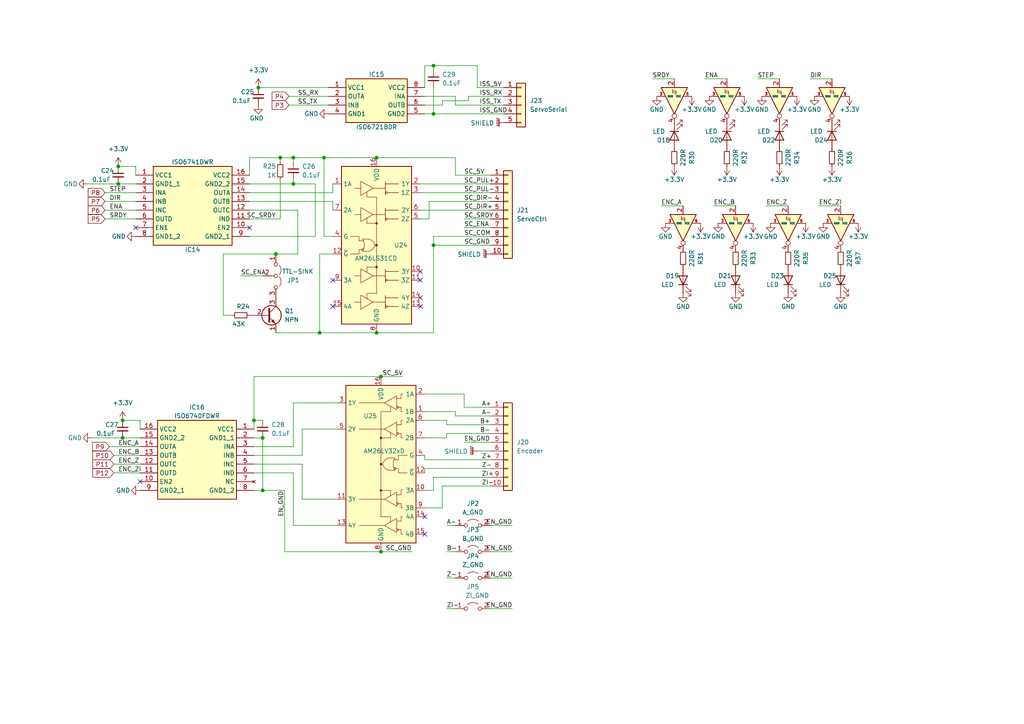
<source format=kicad_sch>
(kicad_sch (version 20230121) (generator eeschema)
  (paper "A4")
  (junction (at 34.29 48.26))
  (junction (at 110.49 109.22))
  (junction (at 73.66 121.92))
  (junction (at 74.93 25.4))
  (junction (at 80.01 73.66))
  (junction (at 125.73 19.05))
  (junction (at 125.73 71.12))
  (junction (at 85.09 53.34))
  (junction (at 35.56 121.92))
  (junction (at 76.2 127))
  (junction (at 85.09 45.72))
  (junction (at 109.22 45.72))
  (junction (at 81.28 45.72))
  (junction (at 76.2 142.24))
  (junction (at 93.98 45.72))
  (junction (at 34.29 53.34))
  (junction (at 92.71 96.52))
  (junction (at 125.73 33.02))
  (junction (at 109.22 96.52))
  (junction (at 110.49 160.02))
  (junction (at 35.56 127))
  (no_connect (at 121.92 81.28))
  (no_connect (at 39.37 66.04))
  (no_connect (at 121.92 88.9))
  (no_connect (at 96.52 81.28))
  (no_connect (at 72.39 66.04))
  (no_connect (at 96.52 88.9))
  (no_connect (at 123.19 154.94))
  (no_connect (at 123.19 149.86))
  (no_connect (at 40.64 139.7))
  (no_connect (at 121.92 86.36))
  (no_connect (at 121.92 78.74))
  (wire (pts (xy 134.62 128.27) (xy 142.24 128.27)))
  (wire (pts (xy 92.71 73.66) (xy 92.71 96.52)))
  (wire (pts (xy 132.08 119.38) (xy 123.19 119.38)))
  (wire (pts (xy 35.56 127) (xy 40.64 127)))
  (wire (pts (xy 85.09 129.54) (xy 85.09 116.84)))
  (wire (pts (xy 146.05 27.94) (xy 135.89 27.94)))
  (wire (pts (xy 123.19 33.02) (xy 125.73 33.02)))
  (wire (pts (xy 73.66 137.16) (xy 85.09 137.16)))
  (wire (pts (xy 85.09 45.72) (xy 85.09 46.99)))
  (wire (pts (xy 33.02 132.08) (xy 40.64 132.08)))
  (wire (pts (xy 91.44 53.34) (xy 91.44 68.58)))
  (wire (pts (xy 25.4 53.34) (xy 34.29 53.34)))
  (wire (pts (xy 222.25 59.69) (xy 228.6 59.69)))
  (wire (pts (xy 123.19 27.94) (xy 132.08 27.94)))
  (wire (pts (xy 129.54 167.64) (xy 132.08 167.64)))
  (wire (pts (xy 148.59 152.4) (xy 142.24 152.4)))
  (wire (pts (xy 34.29 48.26) (xy 39.37 48.26)))
  (wire (pts (xy 87.63 144.78) (xy 97.79 144.78)))
  (wire (pts (xy 40.64 121.92) (xy 40.64 124.46)))
  (wire (pts (xy 33.02 134.62) (xy 40.64 134.62)))
  (wire (pts (xy 138.43 19.05) (xy 138.43 25.4)))
  (wire (pts (xy 69.85 80.01) (xy 76.2 80.01)))
  (wire (pts (xy 123.19 25.4) (xy 123.19 19.05)))
  (wire (pts (xy 134.62 114.3) (xy 123.19 114.3)))
  (wire (pts (xy 132.08 50.8) (xy 132.08 45.72)))
  (wire (pts (xy 124.46 63.5) (xy 121.92 63.5)))
  (wire (pts (xy 128.27 30.48) (xy 123.19 30.48)))
  (wire (pts (xy 125.73 19.05) (xy 138.43 19.05)))
  (wire (pts (xy 93.98 45.72) (xy 93.98 68.58)))
  (wire (pts (xy 81.28 45.72) (xy 85.09 45.72)))
  (wire (pts (xy 124.46 58.42) (xy 142.24 58.42)))
  (wire (pts (xy 125.73 33.02) (xy 146.05 33.02)))
  (wire (pts (xy 72.39 55.88) (xy 96.52 55.88)))
  (wire (pts (xy 121.92 55.88) (xy 142.24 55.88)))
  (wire (pts (xy 110.49 160.02) (xy 82.55 160.02)))
  (wire (pts (xy 96.52 55.88) (xy 96.52 53.34)))
  (wire (pts (xy 72.39 63.5) (xy 81.28 63.5)))
  (wire (pts (xy 85.09 53.34) (xy 85.09 52.07)))
  (wire (pts (xy 86.36 73.66) (xy 80.01 73.66)))
  (wire (pts (xy 129.54 152.4) (xy 132.08 152.4)))
  (wire (pts (xy 85.09 116.84) (xy 97.79 116.84)))
  (wire (pts (xy 96.52 68.58) (xy 93.98 68.58)))
  (wire (pts (xy 30.48 58.42) (xy 39.37 58.42)))
  (wire (pts (xy 76.2 142.24) (xy 73.66 142.24)))
  (wire (pts (xy 135.89 29.21) (xy 128.27 29.21)))
  (wire (pts (xy 191.77 59.69) (xy 198.12 59.69)))
  (wire (pts (xy 73.66 121.92) (xy 73.66 109.22)))
  (wire (pts (xy 87.63 132.08) (xy 87.63 124.46)))
  (wire (pts (xy 73.66 127) (xy 76.2 127)))
  (wire (pts (xy 128.27 147.32) (xy 123.19 147.32)))
  (wire (pts (xy 83.82 27.94) (xy 95.25 27.94)))
  (wire (pts (xy 30.48 63.5) (xy 39.37 63.5)))
  (wire (pts (xy 39.37 48.26) (xy 39.37 50.8)))
  (wire (pts (xy 138.43 25.4) (xy 146.05 25.4)))
  (wire (pts (xy 96.52 58.42) (xy 96.52 60.96)))
  (wire (pts (xy 86.36 60.96) (xy 86.36 73.66)))
  (wire (pts (xy 123.19 135.89) (xy 123.19 137.16)))
  (wire (pts (xy 142.24 138.43) (xy 125.73 138.43)))
  (wire (pts (xy 81.28 52.07) (xy 81.28 63.5)))
  (wire (pts (xy 64.77 73.66) (xy 80.01 73.66)))
  (wire (pts (xy 87.63 134.62) (xy 87.63 144.78)))
  (wire (pts (xy 85.09 53.34) (xy 91.44 53.34)))
  (wire (pts (xy 26.67 127) (xy 35.56 127)))
  (wire (pts (xy 129.54 176.53) (xy 132.08 176.53)))
  (wire (pts (xy 148.59 167.64) (xy 142.24 167.64)))
  (wire (pts (xy 73.66 132.08) (xy 87.63 132.08)))
  (wire (pts (xy 132.08 30.48) (xy 146.05 30.48)))
  (wire (pts (xy 73.66 134.62) (xy 87.63 134.62)))
  (wire (pts (xy 142.24 133.35) (xy 123.19 133.35)))
  (wire (pts (xy 124.46 58.42) (xy 124.46 63.5)))
  (wire (pts (xy 93.98 45.72) (xy 109.22 45.72)))
  (wire (pts (xy 85.09 137.16) (xy 85.09 152.4)))
  (wire (pts (xy 30.48 60.96) (xy 39.37 60.96)))
  (wire (pts (xy 129.54 123.19) (xy 142.24 123.19)))
  (wire (pts (xy 125.73 71.12) (xy 142.24 71.12)))
  (wire (pts (xy 83.82 30.48) (xy 95.25 30.48)))
  (wire (pts (xy 72.39 45.72) (xy 72.39 50.8)))
  (wire (pts (xy 85.09 152.4) (xy 97.79 152.4)))
  (wire (pts (xy 138.43 130.81) (xy 142.24 130.81)))
  (wire (pts (xy 96.52 73.66) (xy 92.71 73.66)))
  (wire (pts (xy 129.54 125.73) (xy 142.24 125.73)))
  (wire (pts (xy 34.29 53.34) (xy 39.37 53.34)))
  (wire (pts (xy 132.08 119.38) (xy 132.08 120.65)))
  (wire (pts (xy 234.95 22.86) (xy 241.3 22.86)))
  (wire (pts (xy 35.56 121.92) (xy 40.64 121.92)))
  (wire (pts (xy 76.2 121.92) (xy 73.66 121.92)))
  (wire (pts (xy 74.93 25.4) (xy 95.25 25.4)))
  (wire (pts (xy 73.66 109.22) (xy 110.49 109.22)))
  (wire (pts (xy 123.19 121.92) (xy 129.54 121.92)))
  (wire (pts (xy 189.23 22.86) (xy 195.58 22.86)))
  (wire (pts (xy 148.59 176.53) (xy 142.24 176.53)))
  (wire (pts (xy 110.49 160.02) (xy 119.38 160.02)))
  (wire (pts (xy 30.48 55.88) (xy 39.37 55.88)))
  (wire (pts (xy 73.66 121.92) (xy 73.66 124.46)))
  (wire (pts (xy 85.09 45.72) (xy 93.98 45.72)))
  (wire (pts (xy 132.08 50.8) (xy 142.24 50.8)))
  (wire (pts (xy 72.39 53.34) (xy 85.09 53.34)))
  (wire (pts (xy 125.73 71.12) (xy 125.73 96.52)))
  (wire (pts (xy 123.19 127) (xy 129.54 127)))
  (wire (pts (xy 135.89 27.94) (xy 135.89 29.21)))
  (wire (pts (xy 237.49 59.69) (xy 243.84 59.69)))
  (wire (pts (xy 219.71 22.86) (xy 226.06 22.86)))
  (wire (pts (xy 91.44 68.58) (xy 72.39 68.58)))
  (wire (pts (xy 125.73 138.43) (xy 125.73 142.24)))
  (wire (pts (xy 92.71 96.52) (xy 109.22 96.52)))
  (wire (pts (xy 87.63 124.46) (xy 97.79 124.46)))
  (wire (pts (xy 125.73 19.05) (xy 125.73 20.32)))
  (wire (pts (xy 204.47 22.86) (xy 210.82 22.86)))
  (wire (pts (xy 125.73 68.58) (xy 125.73 71.12)))
  (wire (pts (xy 109.22 45.72) (xy 132.08 45.72)))
  (wire (pts (xy 72.39 60.96) (xy 86.36 60.96)))
  (wire (pts (xy 142.24 135.89) (xy 123.19 135.89)))
  (wire (pts (xy 128.27 29.21) (xy 128.27 30.48)))
  (wire (pts (xy 73.66 129.54) (xy 85.09 129.54)))
  (wire (pts (xy 207.01 59.69) (xy 213.36 59.69)))
  (wire (pts (xy 76.2 127) (xy 76.2 142.24)))
  (wire (pts (xy 128.27 140.97) (xy 128.27 147.32)))
  (wire (pts (xy 81.28 45.72) (xy 81.28 46.99)))
  (wire (pts (xy 82.55 160.02) (xy 82.55 142.24)))
  (wire (pts (xy 82.55 142.24) (xy 76.2 142.24)))
  (wire (pts (xy 134.62 118.11) (xy 142.24 118.11)))
  (wire (pts (xy 80.01 96.52) (xy 92.71 96.52)))
  (wire (pts (xy 132.08 120.65) (xy 142.24 120.65)))
  (wire (pts (xy 72.39 45.72) (xy 81.28 45.72)))
  (wire (pts (xy 129.54 121.92) (xy 129.54 123.19)))
  (wire (pts (xy 129.54 160.02) (xy 132.08 160.02)))
  (wire (pts (xy 109.22 96.52) (xy 125.73 96.52)))
  (wire (pts (xy 142.24 140.97) (xy 128.27 140.97)))
  (wire (pts (xy 132.08 27.94) (xy 132.08 30.48)))
  (wire (pts (xy 110.49 109.22) (xy 116.84 109.22)))
  (wire (pts (xy 134.62 63.5) (xy 142.24 63.5)))
  (wire (pts (xy 134.62 114.3) (xy 134.62 118.11)))
  (wire (pts (xy 123.19 133.35) (xy 123.19 132.08)))
  (wire (pts (xy 121.92 60.96) (xy 142.24 60.96)))
  (wire (pts (xy 125.73 142.24) (xy 123.19 142.24)))
  (wire (pts (xy 125.73 68.58) (xy 142.24 68.58)))
  (wire (pts (xy 123.19 19.05) (xy 125.73 19.05)))
  (wire (pts (xy 64.77 91.44) (xy 64.77 73.66)))
  (wire (pts (xy 64.77 91.44) (xy 67.31 91.44)))
  (wire (pts (xy 125.73 25.4) (xy 125.73 33.02)))
  (wire (pts (xy 121.92 53.34) (xy 142.24 53.34)))
  (wire (pts (xy 129.54 127) (xy 129.54 125.73)))
  (wire (pts (xy 72.39 58.42) (xy 96.52 58.42)))
  (wire (pts (xy 148.59 160.02) (xy 142.24 160.02)))
  (wire (pts (xy 134.62 66.04) (xy 142.24 66.04)))
  (wire (pts (xy 33.02 137.16) (xy 40.64 137.16)))
  (wire (pts (xy 31.75 129.54) (xy 40.64 129.54)))
  (label "ENC_Z" (at 222.25 59.69 0))
  (label "DIR" (at 234.95 22.86 0))
  (label "SRDY" (at 31.75 63.5 0))
  (label "STEP" (at 219.71 22.86 0))
  (label "SC_SRDY" (at 80.01 63.5 180))
  (label "STEP" (at 31.75 55.88 0))
  (label "Z-" (at 129.54 167.64 0))
  (label "ZI+" (at 139.7 138.43 0))
  (label "ENA" (at 204.47 22.86 0))
  (label "SC_PUL-" (at 134.62 55.88 0))
  (label "SC_5V" (at 116.84 109.22 180))
  (label "ZI-" (at 129.54 176.53 0))
  (label "Z+" (at 139.7 133.35 0))
  (label "SC_DIR+" (at 134.62 60.96 0))
  (label "SC_COM" (at 134.62 68.58 0))
  (label "ISS_TX" (at 139.065 30.48 0))
  (label "ENC_B" (at 207.01 59.69 0))
  (label "ENC_A" (at 191.77 59.69 0))
  (label "EN_GND" (at 148.59 160.02 180))
  (label "A+" (at 139.7 118.11 0))
  (label "ZI-" (at 139.7 140.97 0))
  (label "SC_GND" (at 134.62 71.12 0))
  (label "EN_GND" (at 134.62 128.27 0))
  (label "DIR" (at 31.75 58.42 0))
  (label "SRDY" (at 189.23 22.86 0))
  (label "ISS_RX" (at 139.065 27.94 0))
  (label "B+" (at 142.24 123.19 180))
  (label "ENC_ZI" (at 34.29 137.16 0))
  (label "ENC_ZI" (at 237.49 59.69 0))
  (label "EN_GND" (at 148.59 176.53 180))
  (label "ENA" (at 31.75 60.96 0))
  (label "B-" (at 129.54 160.02 0))
  (label "EN_GND" (at 82.55 149.86 90))
  (label "A-" (at 129.54 152.4 0))
  (label "SC_ENA" (at 134.62 66.04 0))
  (label "SC_PUL+" (at 134.62 53.34 0))
  (label "ENC_Z" (at 34.29 134.62 0))
  (label "SS_TX" (at 86.36 30.48 0))
  (label "A-" (at 139.7 120.65 0))
  (label "B-" (at 142.24 125.73 180))
  (label "EN_GND" (at 148.59 167.64 180))
  (label "ISS_5V" (at 139.065 25.4 0))
  (label "SS_RX" (at 86.36 27.94 0))
  (label "SC_ENA" (at 69.85 80.01 0))
  (label "EN_GND" (at 148.59 152.4 180))
  (label "Z-" (at 139.7 135.89 0))
  (label "SC_GND" (at 119.38 160.02 180))
  (label "ENC_A" (at 34.29 129.54 0))
  (label "SC_SRDY" (at 134.62 63.5 0))
  (label "SC_5V" (at 134.62 50.8 0))
  (label "SC_DIR-" (at 134.62 58.42 0))
  (label "ENC_B" (at 34.29 132.08 0))
  (label "ISS_GND" (at 139.065 33.02 0))
  (global_label "P9" (shape input) (at 31.75 129.54 180) (property "Intersheetrefs" "${INTERSHEET_REFS}" (effects hide)))
  (global_label "P6" (shape input) (at 30.48 60.96 180) (property "Intersheetrefs" "${INTERSHEET_REFS}" (effects hide)))
  (global_label "P3" (shape input) (at 83.82 30.48 180) (property "Intersheetrefs" "${INTERSHEET_REFS}" (effects hide)))
  (global_label "P5" (shape input) (at 30.48 63.5 180) (property "Intersheetrefs" "${INTERSHEET_REFS}" (effects hide)))
  (global_label "P4" (shape input) (at 83.82 27.94 180) (property "Intersheetrefs" "${INTERSHEET_REFS}" (effects hide)))
  (global_label "P10" (shape input) (at 33.02 132.08 180) (property "Intersheetrefs" "${INTERSHEET_REFS}" (effects hide)))
  (global_label "P8" (shape input) (at 30.48 55.88 180) (property "Intersheetrefs" "${INTERSHEET_REFS}" (effects hide)))
  (global_label "P7" (shape input) (at 30.48 58.42 180) (property "Intersheetrefs" "${INTERSHEET_REFS}" (effects hide)))
  (global_label "P11" (shape input) (at 33.02 134.62 180) (property "Intersheetrefs" "${INTERSHEET_REFS}" (effects hide)))
  (global_label "P12" (shape input) (at 33.02 137.16 180) (property "Intersheetrefs" "${INTERSHEET_REFS}" (effects hide)))
  (symbol (lib_id "Device:LED") (at 210.82 39.37 90) (mirror x) (unit 1)
    (property "Reference" "D20" (at 205.74 40.64 90) (effects (justify right)))
    (property "Value" "LED" (at 204.47 38.1 90) (effects (justify right)))
    (property "Footprint" "LED_SMD:LED_0603_1608Metric" (effects hide))
    (property "Description" "Green SMD Led" (effects hide))
    (property "MANUFACTURER" "Lite-On Inc." (effects hide))
    (property "Manufacturer_Part_Number" "LTST-C190KGKT" (effects hide))
    (property "DIGIKEY" "160-1435-1-ND" (effects hide))
    (property "LCSC" "C193901" (effects hide))
    (property "manufacturer_1" "Foshan NationStar Optoelectronics" (effects hide))
    (property "manufacturer_part_number_1" "NCD0603C2" (effects hide))
    (property "Qty Bought" "80 - lcsc" (effects hide))
  )
  (symbol (lib_id "power:GND") (at 238.76 64.77 0) (unit 1)
    (property "Reference" "#PWR0225" (effects hide))
    (property "Value" "GND" (at 238.76 68.58 0))
  )
  (symbol (lib_id "power:GND") (at 228.6 85.09 0) (unit 1)
    (property "Reference" "#PWR0229" (effects hide))
    (property "Value" "GND" (at 228.6 88.9 0))
  )
  (symbol (lib_id "Jumper:Jumper_2_Open") (at 137.16 176.53 0) (unit 1)
    (property "Reference" "JP5" (at 137.16 170.18 0))
    (property "Value" "ZI_GND" (at 138.43 172.72 0))
    (property "Footprint" "Connector_PinHeader_2.54mm:PinHeader_1x02_P2.54mm_Vertical" (effects hide))
    (property "Height" "4.00mm" (effects hide))
    (property "LCSC" "C492401" (effects hide))
    (property "manufacturer_1" "XFCN" (effects hide))
    (property "manufacturer_part_number_1" "PZ254V-11-02P" (effects hide))
    (property "Qty Bought" "header" (effects hide))
  )
  (symbol (lib_id "power:+3.3V") (at 210.82 48.26 180) (unit 1)
    (property "Reference" "#PWR0238" (effects hide))
    (property "Value" "+3.3V" (at 210.82 52.07 0))
  )
  (symbol (lib_id "power:GND") (at 25.4 53.34 270) (unit 1)
    (property "Reference" "#PWR0208" (effects hide))
    (property "Value" "GND" (at 18.415 53.34 90) (effects (justify left)))
  )
  (symbol (lib_id "power:+3.3V") (at 34.29 48.26 0) (unit 1)
    (property "Reference" "#PWR0213" (effects hide))
    (property "Value" "+3.3V" (at 34.29 43.18 0))
  )
  (symbol (lib_id "Device:C_Small") (at 34.29 50.8 0) (unit 1)
    (property "Reference" "C24" (at 29.21 49.53 0) (effects (justify left)))
    (property "Value" "0.1uF" (at 26.67 52.07 0) (effects (justify left)))
    (property "Footprint" "Capacitor_SMD:C_0603_1608Metric" (effects hide))
    (property "Description" "0.1uF 6V SMD" (effects hide))
    (property "MANUFACTURER" "Samsung Electro-Mechanics" (effects hide))
    (property "Manufacturer_Part_Number" "CL05A104KA5NNNC" (effects hide))
    (property "DIGIKEY" "1276-1043-1-ND" (effects hide))
    (property "LCSC" "C14663" (effects hide))
    (property "manufacturer_1" "YAGEO" (effects hide))
    (property "manufacturer_part_number_1" "CC0603KRX7R9BB104" (effects hide))
    (property "Qty Bought" "100 - lcsc" (effects hide))
  )
  (symbol (lib_id "74xGxx:SN74LVC1G14DBV") (at 226.06 27.94 270) (unit 1)
    (property "Reference" "U31" (effects hide))
    (property "Value" "SN74LVC1G14DBV" (effects hide))
    (property "Footprint" "Package_TO_SOT_SMD:SOT-23-5" (effects hide))
    (property "Datasheet" "http://www.ti.com/lit/ds/symlink/sn74lvc1g14.pdf" (effects hide))
    (property "Description" "IC INVERTER 1CH 1-INP SOT23-5" (effects hide))
    (property "MANUFACTURER" "Texas Instruments" (effects hide))
    (property "Manufacturer_Part_Number" "SN74LVC1G14DBVT" (effects hide))
    (property "LCSC" "C5250998" (effects hide))
    (property "manufacturer_1" "TWGMC" (effects hide))
    (property "manufacturer_part_number_1" "SN74LVC1G14DBVR" (effects hide))
    (property "Qty Bought" "100 lcsc" (effects hide))
  )
  (symbol (lib_id "Device:C_Small") (at 74.93 27.94 0) (unit 1)
    (property "Reference" "C25" (at 69.85 26.67 0) (effects (justify left)))
    (property "Value" "0.1uF" (at 67.31 29.21 0) (effects (justify left)))
    (property "Footprint" "Capacitor_SMD:C_0603_1608Metric" (effects hide))
    (property "Description" "0.1uF 6V SMD" (effects hide))
    (property "MANUFACTURER" "Samsung Electro-Mechanics" (effects hide))
    (property "Manufacturer_Part_Number" "CL05A104KA5NNNC" (effects hide))
    (property "DIGIKEY" "1276-1043-1-ND" (effects hide))
    (property "LCSC" "C14663" (effects hide))
    (property "manufacturer_1" "YAGEO" (effects hide))
    (property "manufacturer_part_number_1" "CC0603KRX7R9BB104" (effects hide))
    (property "Qty Bought" "100 - lcsc" (effects hide))
  )
  (symbol (lib_id "Device:LED") (at 213.36 81.28 90) (unit 1)
    (property "Reference" "D21" (at 208.28 80.01 90) (effects (justify right)))
    (property "Value" "LED" (at 207.01 82.55 90) (effects (justify right)))
    (property "Footprint" "LED_SMD:LED_0603_1608Metric" (effects hide))
    (property "Description" "Green SMD Led" (effects hide))
    (property "MANUFACTURER" "Lite-On Inc." (effects hide))
    (property "Manufacturer_Part_Number" "LTST-C190KGKT" (effects hide))
    (property "DIGIKEY" "160-1435-1-ND" (effects hide))
    (property "LCSC" "C193901" (effects hide))
    (property "manufacturer_1" "Foshan NationStar Optoelectronics" (effects hide))
    (property "manufacturer_part_number_1" "NCD0603C2" (effects hide))
    (property "Qty Bought" "80 - lcsc" (effects hide))
  )
  (symbol (lib_id "74xGxx:SN74LVC1G14DBV") (at 213.36 64.77 270) (unit 1)
    (property "Reference" "U30" (effects hide))
    (property "Value" "SN74LVC1G14DBV" (effects hide))
    (property "Footprint" "Package_TO_SOT_SMD:SOT-23-5" (effects hide))
    (property "Datasheet" "http://www.ti.com/lit/ds/symlink/sn74lvc1g14.pdf" (effects hide))
    (property "Description" "IC INVERTER 1CH 1-INP SOT23-5" (effects hide))
    (property "MANUFACTURER" "Texas Instruments" (effects hide))
    (property "Manufacturer_Part_Number" "SN74LVC1G14DBVT" (effects hide))
    (property "LCSC" "C5250998" (effects hide))
    (property "manufacturer_1" "TWGMC" (effects hide))
    (property "manufacturer_part_number_1" "SN74LVC1G14DBVR" (effects hide))
    (property "Qty Bought" "100 lcsc" (effects hide))
  )
  (symbol (lib_id "Device:R_Small") (at 213.36 74.93 0) (unit 1)
    (property "Reference" "R33" (at 218.44 74.93 90))
    (property "Value" "220R" (at 215.9 74.93 90))
    (property "Footprint" "Resistor_SMD:R_0603_1608Metric" (effects hide))
    (property "LCSC" "C22962" (effects hide))
    (property "manufacturer_1" "UNI-ROYAL(Uniroyal Elec)" (effects hide))
    (property "manufacturer_part_number_1" "0603WAF2200T5E" (effects hide))
    (property "Qty Bought" "200 - lcsc" (effects hide))
  )
  (symbol (lib_id "power:GND") (at 243.84 85.09 0) (unit 1)
    (property "Reference" "#PWR0223" (effects hide))
    (property "Value" "GND" (at 243.84 88.9 0))
  )
  (symbol (lib_id "74xGxx:SN74LVC1G14DBV") (at 198.12 64.77 270) (unit 1)
    (property "Reference" "U28" (effects hide))
    (property "Value" "SN74LVC1G14DBV" (effects hide))
    (property "Footprint" "Package_TO_SOT_SMD:SOT-23-5" (effects hide))
    (property "Datasheet" "http://www.ti.com/lit/ds/symlink/sn74lvc1g14.pdf" (effects hide))
    (property "Description" "IC INVERTER 1CH 1-INP SOT23-5" (effects hide))
    (property "MANUFACTURER" "Texas Instruments" (effects hide))
    (property "Manufacturer_Part_Number" "SN74LVC1G14DBVT" (effects hide))
    (property "LCSC" "C5250998" (effects hide))
    (property "manufacturer_1" "TWGMC" (effects hide))
    (property "manufacturer_part_number_1" "SN74LVC1G14DBVR" (effects hide))
    (property "Qty Bought" "100 lcsc" (effects hide))
  )
  (symbol (lib_id "Device:LED") (at 243.84 81.28 90) (unit 1)
    (property "Reference" "D25" (at 238.76 80.01 90) (effects (justify right)))
    (property "Value" "LED" (at 237.49 82.55 90) (effects (justify right)))
    (property "Footprint" "LED_SMD:LED_0603_1608Metric" (effects hide))
    (property "Description" "Green SMD Led" (effects hide))
    (property "MANUFACTURER" "Lite-On Inc." (effects hide))
    (property "Manufacturer_Part_Number" "LTST-C190KGKT" (effects hide))
    (property "DIGIKEY" "160-1435-1-ND" (effects hide))
    (property "LCSC" "C193901" (effects hide))
    (property "manufacturer_1" "Foshan NationStar Optoelectronics" (effects hide))
    (property "manufacturer_part_number_1" "NCD0603C2" (effects hide))
    (property "Qty Bought" "80 - lcsc" (effects hide))
  )
  (symbol (lib_id "power:+3.3V") (at 74.93 25.4 0) (unit 1)
    (property "Reference" "#PWR0214" (effects hide))
    (property "Value" "+3.3V" (at 74.93 20.32 0))
  )
  (symbol (lib_id "power:GND") (at 193.04 64.77 0) (unit 1)
    (property "Reference" "#PWR0222" (effects hide))
    (property "Value" "GND" (at 193.04 68.58 0))
  )
  (symbol (lib_id "power:GND") (at 236.22 27.94 0) (unit 1)
    (property "Reference" "#PWR0234" (effects hide))
    (property "Value" "GND" (at 236.22 31.75 0))
  )
  (symbol (lib_id "power:GND") (at 208.28 64.77 0) (unit 1)
    (property "Reference" "#PWR0227" (effects hide))
    (property "Value" "GND" (at 208.28 68.58 0))
  )
  (symbol (lib_id "power:+3.3V") (at 246.38 27.94 180) (unit 1)
    (property "Reference" "#PWR0241" (effects hide))
    (property "Value" "+3.3V" (at 246.38 31.75 0))
  )
  (symbol (lib_id "power:GND") (at 223.52 64.77 0) (unit 1)
    (property "Reference" "#PWR0230" (effects hide))
    (property "Value" "GND" (at 223.52 68.58 0))
  )
  (symbol (lib_id "Interface:AM26LS31CD") (at 109.22 71.12 0) (unit 1)
    (property "Reference" "U24" (at 114.3 71.12 0) (effects (justify left)))
    (property "Value" "AM26LS31CD" (at 102.87 74.93 0) (effects (justify left)))
    (property "Footprint" "Package_SO:SOIC-16_3.9x9.9mm_P1.27mm" (effects hide))
    (property "Datasheet" "https://www.ti.com/lit/ds/symlink/am26ls31.pdf" (effects hide))
    (property "Description" "IC DRIVER 4/0 16SOIC" (effects hide))
    (property "MANUFACTURER" "Texas Instruments" (effects hide))
    (property "Manufacturer_Part_Number" "AM26LS31CD" (effects hide))
    (property "LCSC" "C6179" (effects hide))
    (property "manufacturer_1" "Texas Instruments" (effects hide))
    (property "manufacturer_part_number_1" "AM26LS31CDR" (effects hide))
    (property "Qty Bought" "4 lcsc" (effects hide))
  )
  (symbol (lib_id "power:+3.3V") (at 226.06 48.26 180) (unit 1)
    (property "Reference" "#PWR0239" (effects hide))
    (property "Value" "+3.3V" (at 226.06 52.07 0))
  )
  (symbol (lib_id "Device:C_Small") (at 85.09 49.53 0) (unit 1)
    (property "Reference" "C26" (at 87.63 48.2662 0) (effects (justify left)))
    (property "Value" "0.1uF" (at 87.63 50.8062 0) (effects (justify left)))
    (property "Footprint" "Capacitor_SMD:C_0603_1608Metric" (effects hide))
    (property "Description" "0.1uF 6V SMD" (effects hide))
    (property "MANUFACTURER" "Samsung Electro-Mechanics" (effects hide))
    (property "Manufacturer_Part_Number" "CL05A104KA5NNNC" (effects hide))
    (property "DIGIKEY" "1276-1043-1-ND" (effects hide))
    (property "LCSC" "C14663" (effects hide))
    (property "manufacturer_1" "YAGEO" (effects hide))
    (property "manufacturer_part_number_1" "CC0603KRX7R9BB104" (effects hide))
    (property "Qty Bought" "100 - lcsc" (effects hide))
  )
  (symbol (lib_id "Device:R_Small") (at 195.58 45.72 0) (mirror x) (unit 1)
    (property "Reference" "R30" (at 200.66 45.72 90))
    (property "Value" "220R" (at 198.12 45.72 90))
    (property "Footprint" "Resistor_SMD:R_0603_1608Metric" (effects hide))
    (property "LCSC" "C22962" (effects hide))
    (property "manufacturer_1" "UNI-ROYAL(Uniroyal Elec)" (effects hide))
    (property "manufacturer_part_number_1" "0603WAF2200T5E" (effects hide))
    (property "Qty Bought" "200 - lcsc" (effects hide))
  )
  (symbol (lib_id "Device:LED") (at 241.3 39.37 90) (mirror x) (unit 1)
    (property "Reference" "D24" (at 236.22 40.64 90) (effects (justify right)))
    (property "Value" "LED" (at 234.95 38.1 90) (effects (justify right)))
    (property "Footprint" "LED_SMD:LED_0603_1608Metric" (effects hide))
    (property "Description" "Green SMD Led" (effects hide))
    (property "MANUFACTURER" "Lite-On Inc." (effects hide))
    (property "Manufacturer_Part_Number" "LTST-C190KGKT" (effects hide))
    (property "DIGIKEY" "160-1435-1-ND" (effects hide))
    (property "LCSC" "C193901" (effects hide))
    (property "manufacturer_1" "Foshan NationStar Optoelectronics" (effects hide))
    (property "manufacturer_part_number_1" "NCD0603C2" (effects hide))
    (property "Qty Bought" "80 - lcsc" (effects hide))
  )
  (symbol (lib_id "Connector_Generic:Conn_01x05") (at 151.13 30.48 0) (unit 1)
    (property "Reference" "J23" (at 153.67 29.2099 0) (effects (justify left)))
    (property "Value" "ServoSerial" (at 153.67 31.7499 0) (effects (justify left)))
    (property "Footprint" "Connector_Molex:Molex_Micro-Fit_3.0_43650-0521_1x05_P3.00mm_Vertical" (effects hide))
    (property "Datasheet" "https://www.molex.com/pdm_docs/ps/PS-43650.pdf" (effects hide))
    (property "Description" "CONN HEADER SMD 5POS 3MM" (effects hide))
    (property "MANUFACTURER" "Molex" (effects hide))
    (property "Manufacturer_Part_Number" "0436500521" (effects hide))
    (property "DIGIKEY" "WM14316CT-ND" (effects hide))
    (property "LCSC" "C277377" (effects hide))
    (property "manufacturer_1" "MOLEX" (effects hide))
    (property "manufacturer_part_number_1" "436500521" (effects hide))
  )
  (symbol (lib_id "Tensile_Board:SHIELD") (at 138.43 130.81 270) (unit 1)
    (property "Reference" "#PWR0209" (effects hide))
    (property "Value" "SHIELD" (at 135.6868 130.937 90) (effects (justify right)))
  )
  (symbol (lib_id "74xGxx:SN74LVC1G14DBV") (at 241.3 27.94 270) (unit 1)
    (property "Reference" "U33" (effects hide))
    (property "Value" "SN74LVC1G14DBV" (effects hide))
    (property "Footprint" "Package_TO_SOT_SMD:SOT-23-5" (effects hide))
    (property "Datasheet" "http://www.ti.com/lit/ds/symlink/sn74lvc1g14.pdf" (effects hide))
    (property "Description" "IC INVERTER 1CH 1-INP SOT23-5" (effects hide))
    (property "MANUFACTURER" "Texas Instruments" (effects hide))
    (property "Manufacturer_Part_Number" "SN74LVC1G14DBVT" (effects hide))
    (property "LCSC" "C5250998" (effects hide))
    (property "manufacturer_1" "TWGMC" (effects hide))
    (property "manufacturer_part_number_1" "SN74LVC1G14DBVR" (effects hide))
    (property "Qty Bought" "100 lcsc" (effects hide))
  )
  (symbol (lib_id "power:+3.3V") (at 248.92 64.77 180) (unit 1)
    (property "Reference" "#PWR0224" (effects hide))
    (property "Value" "+3.3V" (at 248.92 68.58 0))
  )
  (symbol (lib_id "Jumper:Jumper_2_Open") (at 137.16 167.64 0) (unit 1)
    (property "Reference" "JP4" (at 137.16 161.29 0))
    (property "Value" "Z_GND" (at 137.16 163.83 0))
    (property "Footprint" "Connector_PinHeader_2.54mm:PinHeader_1x02_P2.54mm_Vertical" (effects hide))
    (property "LCSC" "C492401" (effects hide))
    (property "manufacturer_1" "XFCN" (effects hide))
    (property "manufacturer_part_number_1" "PZ254V-11-02P" (effects hide))
    (property "Qty Bought" "header" (effects hide))
  )
  (symbol (lib_id "power:GND") (at 213.36 85.09 0) (unit 1)
    (property "Reference" "#PWR0228" (effects hide))
    (property "Value" "GND" (at 213.36 88.9 0))
  )
  (symbol (lib_id "power:GND") (at 95.25 33.02 270) (unit 1)
    (property "Reference" "#PWR0219" (effects hide))
    (property "Value" "GND" (at 88.265 33.02 90) (effects (justify left)))
  )
  (symbol (lib_id "ISO6721BDR:ISO6721BDR") (at 95.25 25.4 0) (unit 1)
    (property "Reference" "IC15" (at 109.22 21.59 0))
    (property "Value" "ISO6721BDR" (at 109.22 36.83 0))
    (property "Footprint" "ISO6721:SOIC127P600X175-8N" (effects hide))
    (property "Datasheet" "https://www.ti.com/general/docs/suppproductinfo.tsp?distId=26&gotoUrl=https://www.ti.com/lit/gpn/iso6721" (effects hide))
    (property "Height" "1.75" (effects hide))
    (property "Manufacturer_Part_Number" "ISO6721BDR" (effects hide))
    (property "Description" "Digital Isolators General-purpose, dual-channel, 1/1 digital isolator 8-SOIC -40 to 125" (effects hide))
    (property "MANUFACTURER" "Texas Instruments" (effects hide))
    (property "DIGIKEY" "296-ISO6721BDRCT-ND" (effects hide))
    (property "LCSC" "C366164" (effects hide))
    (property "NOTES" "Pin Compatible with ISO77xx" (effects hide))
    (property "manufacturer_1" "Texas Instruments" (effects hide))
    (property "manufacturer_part_number_1" "ISO6721BDR or ISO7721DR" (effects hide))
    (property "Qty Bought" "4 - lscs" (effects hide))
  )
  (symbol (lib_id "power:+3.3V") (at 231.14 27.94 180) (unit 1)
    (property "Reference" "#PWR0233" (effects hide))
    (property "Value" "+3.3V" (at 231.14 31.75 0))
  )
  (symbol (lib_id "Device:R_Small") (at 210.82 45.72 0) (mirror x) (unit 1)
    (property "Reference" "R32" (at 215.9 45.72 90))
    (property "Value" "220R" (at 213.36 45.72 90))
    (property "Footprint" "Resistor_SMD:R_0603_1608Metric" (effects hide))
    (property "LCSC" "C22962" (effects hide))
    (property "manufacturer_1" "UNI-ROYAL(Uniroyal Elec)" (effects hide))
    (property "manufacturer_part_number_1" "0603WAF2200T5E" (effects hide))
    (property "Qty Bought" "200 - lcsc" (effects hide))
  )
  (symbol (lib_id "Connector_Generic:Conn_01x10") (at 147.32 60.96 0) (unit 1)
    (property "Reference" "J21" (at 149.86 60.9599 0) (effects (justify left)))
    (property "Value" "ServoCtrl" (at 149.86 63.4999 0) (effects (justify left)))
    (property "Footprint" "Connector_Molex:Molex_Micro-Fit_3.0_43045-1015_2x05_P3.00mm_Vertical" (effects hide))
    (property "Datasheet" "https://tools.molex.com/pdm_docs/ps/PS-43045.pdf" (effects hide))
    (property "Description" "CONN HEADER SMD 10POS 3MM" (effects hide))
    (property "MANUFACTURER" "Molex" (effects hide))
    (property "Manufacturer_Part_Number" "0430451015" (effects hide))
    (property "DIGIKEY" "WM14304CT-ND" (effects hide))
    (property "LCSC" "C587595" (effects hide))
    (property "manufacturer_1" "MOLEX" (effects hide))
    (property "manufacturer_part_number_1" "430451015" (effects hide))
    (property "Receptical" "0430251000" (effects hide))
  )
  (symbol (lib_id "74xGxx:SN74LVC1G14DBV") (at 243.84 64.77 270) (unit 1)
    (property "Reference" "U34" (effects hide))
    (property "Value" "SN74LVC1G14DBV" (effects hide))
    (property "Footprint" "Package_TO_SOT_SMD:SOT-23-5" (effects hide))
    (property "Datasheet" "http://www.ti.com/lit/ds/symlink/sn74lvc1g14.pdf" (effects hide))
    (property "Description" "IC INVERTER 1CH 1-INP SOT23-5" (effects hide))
    (property "MANUFACTURER" "Texas Instruments" (effects hide))
    (property "Manufacturer_Part_Number" "SN74LVC1G14DBVT" (effects hide))
    (property "LCSC" "C5250998" (effects hide))
    (property "manufacturer_1" "TWGMC" (effects hide))
    (property "manufacturer_part_number_1" "SN74LVC1G14DBVR" (effects hide))
    (property "Qty Bought" "100 lcsc" (effects hide))
  )
  (symbol (lib_id "power:+3.3V") (at 195.58 48.26 180) (unit 1)
    (property "Reference" "#PWR0236" (effects hide))
    (property "Value" "+3.3V" (at 195.58 52.07 0))
  )
  (symbol (lib_id "Device:LED") (at 195.58 39.37 90) (mirror x) (unit 1)
    (property "Reference" "D18" (at 190.5 40.64 90) (effects (justify right)))
    (property "Value" "LED" (at 189.23 38.1 90) (effects (justify right)))
    (property "Footprint" "LED_SMD:LED_0603_1608Metric" (effects hide))
    (property "Description" "Green SMD Led" (effects hide))
    (property "MANUFACTURER" "Lite-On Inc." (effects hide))
    (property "Manufacturer_Part_Number" "LTST-C190KGKT" (effects hide))
    (property "DIGIKEY" "160-1435-1-ND" (effects hide))
    (property "LCSC" "C193901" (effects hide))
    (property "manufacturer_1" "Foshan NationStar Optoelectronics" (effects hide))
    (property "manufacturer_part_number_1" "NCD0603C2" (effects hide))
    (property "Qty Bought" "80 - lcsc" (effects hide))
  )
  (symbol (lib_id "Jumper:Jumper_3_Open") (at 80.01 80.01 270) (unit 1)
    (property "Reference" "JP1" (at 85.09 81.28 90))
    (property "Value" "TTL-SINK" (at 86.36 78.74 90))
    (property "Footprint" "Connector_PinHeader_2.54mm:PinHeader_1x03_P2.54mm_Vertical" (effects hide))
    (property "LCSC" "C2937625" (effects hide))
    (property "manufacturer_1" "XFCN" (effects hide))
    (property "manufacturer_part_number_1" "PZ254V-11-03P" (effects hide))
    (property "Qty Bought" "header" (effects hide))
  )
  (symbol (lib_id "Device:R_Small") (at 228.6 74.93 0) (unit 1)
    (property "Reference" "R35" (at 233.68 74.93 90))
    (property "Value" "220R" (at 231.14 74.93 90))
    (property "Footprint" "Resistor_SMD:R_0603_1608Metric" (effects hide))
    (property "LCSC" "C22962" (effects hide))
    (property "manufacturer_1" "UNI-ROYAL(Uniroyal Elec)" (effects hide))
    (property "manufacturer_part_number_1" "0603WAF2200T5E" (effects hide))
    (property "Qty Bought" "200 - lcsc" (effects hide))
  )
  (symbol (lib_id "power:GND") (at 26.67 127 270) (unit 1)
    (property "Reference" "#PWR0210" (effects hide))
    (property "Value" "GND" (at 19.685 127 90) (effects (justify left)))
  )
  (symbol (lib_id "Jumper:Jumper_2_Open") (at 137.16 160.02 0) (unit 1)
    (property "Reference" "JP3" (at 137.16 153.67 0))
    (property "Value" "B_GND" (at 137.16 156.21 0))
    (property "Footprint" "Connector_PinHeader_2.54mm:PinHeader_1x02_P2.54mm_Vertical" (effects hide))
    (property "LCSC" "C492401" (effects hide))
    (property "manufacturer_1" "XFCN" (effects hide))
    (property "manufacturer_part_number_1" "PZ254V-11-02P" (effects hide))
    (property "Qty Bought" "header" (effects hide))
  )
  (symbol (lib_id "Device:LED") (at 198.12 81.28 90) (unit 1)
    (property "Reference" "D19" (at 193.04 80.01 90) (effects (justify right)))
    (property "Value" "LED" (at 191.77 82.55 90) (effects (justify right)))
    (property "Footprint" "LED_SMD:LED_0603_1608Metric" (effects hide))
    (property "Description" "Green SMD Led" (effects hide))
    (property "MANUFACTURER" "Lite-On Inc." (effects hide))
    (property "Manufacturer_Part_Number" "LTST-C190KGKT" (effects hide))
    (property "DIGIKEY" "160-1435-1-ND" (effects hide))
    (property "LCSC" "C193901" (effects hide))
    (property "manufacturer_1" "Foshan NationStar Optoelectronics" (effects hide))
    (property "manufacturer_part_number_1" "NCD0603C2" (effects hide))
    (property "Qty Bought" "80 - lcsc" (effects hide))
  )
  (symbol (lib_id "Transistor_BJT:2N3904") (at 77.47 91.44 0) (unit 1)
    (property "Reference" "Q1" (at 82.55 90.1699 0) (effects (justify left)))
    (property "Value" "NPN" (at 82.55 92.7099 0) (effects (justify left)))
    (property "Footprint" "Package_TO_SOT_SMD:TSOT-23" (effects hide))
    (property "Datasheet" "https://www.onsemi.com/pub/Collateral/2N3903-D.PDF" (effects hide))
    (property "Description" "TRANS NPN 40V 0.2A SOT23" (effects hide))
    (property "Height" "NA" (effects hide))
    (property "MANUFACTURER" "Micro Commercial Co" (effects hide))
    (property "Manufacturer_Part_Number" "MMBT3904-TP" (effects hide))
    (property "LCSC" "C20526" (effects hide))
    (property "manufacturer_1" "Jiangsu Changjing Electronics Technology Co., Ltd." (effects hide))
    (property "manufacturer_part_number_1" "MMBT3904" (effects hide))
    (property "Qty Bought" "50 - lcsc" (effects hide))
  )
  (symbol (lib_id "Device:C_Small") (at 125.73 22.86 0) (unit 1)
    (property "Reference" "C29" (at 128.27 21.5962 0) (effects (justify left)))
    (property "Value" "0.1uF" (at 128.27 24.1362 0) (effects (justify left)))
    (property "Footprint" "Capacitor_SMD:C_0603_1608Metric" (effects hide))
    (property "Description" "0.1uF 6V SMD" (effects hide))
    (property "MANUFACTURER" "Samsung Electro-Mechanics" (effects hide))
    (property "Manufacturer_Part_Number" "CL05A104KA5NNNC" (effects hide))
    (property "DIGIKEY" "1276-1043-1-ND" (effects hide))
    (property "LCSC" "C14663" (effects hide))
    (property "manufacturer_1" "YAGEO" (effects hide))
    (property "manufacturer_part_number_1" "CC0603KRX7R9BB104" (effects hide))
    (property "Qty Bought" "100 - lcsc" (effects hide))
  )
  (symbol (lib_id "power:GND") (at 39.37 68.58 270) (unit 1)
    (property "Reference" "#PWR0207" (effects hide))
    (property "Value" "GND" (at 32.385 68.58 90) (effects (justify left)))
  )
  (symbol (lib_id "Connector_Generic:Conn_01x10") (at 147.32 128.27 0) (unit 1)
    (property "Reference" "J20" (at 149.86 128.27 0) (effects (justify left)))
    (property "Value" "Encoder" (at 149.86 130.81 0) (effects (justify left)))
    (property "Footprint" "Connector_Molex:Molex_Micro-Fit_3.0_43045-1015_2x05_P3.00mm_Vertical" (effects hide))
    (property "Datasheet" "https://tools.molex.com/pdm_docs/ps/PS-43045.pdf" (effects hide))
    (property "Description" "CONN HEADER SMD 10POS 3MM" (effects hide))
    (property "MANUFACTURER" "Molex" (effects hide))
    (property "Manufacturer_Part_Number" "0430451015" (effects hide))
    (property "DIGIKEY" "WM14304CT-ND" (effects hide))
    (property "LCSC" "C587595" (effects hide))
    (property "manufacturer_1" "MOLEX" (effects hide))
    (property "manufacturer_part_number_1" "430451015" (effects hide))
    (property "Qty Bought" "6 digikey" (effects hide))
    (property "Receptical" "0430251000" (effects hide))
  )
  (symbol (lib_id "Device:C_Small") (at 35.56 124.46 0) (unit 1)
    (property "Reference" "C27" (at 30.48 123.19 0) (effects (justify left)))
    (property "Value" "0.1uF" (at 27.94 125.73 0) (effects (justify left)))
    (property "Footprint" "Capacitor_SMD:C_0603_1608Metric" (effects hide))
    (property "Description" "0.1uF 6V SMD" (effects hide))
    (property "MANUFACTURER" "Samsung Electro-Mechanics" (effects hide))
    (property "Manufacturer_Part_Number" "CL05A104KA5NNNC" (effects hide))
    (property "DIGIKEY" "1276-1043-1-ND" (effects hide))
    (property "LCSC" "C14663" (effects hide))
    (property "manufacturer_1" "YAGEO" (effects hide))
    (property "manufacturer_part_number_1" "CC0603KRX7R9BB104" (effects hide))
    (property "Qty Bought" "100 - lcsc" (effects hide))
  )
  (symbol (lib_id "Device:R_Small") (at 226.06 45.72 0) (mirror x) (unit 1)
    (property "Reference" "R34" (at 231.14 45.72 90))
    (property "Value" "220R" (at 228.6 45.72 90))
    (property "Footprint" "Resistor_SMD:R_0603_1608Metric" (effects hide))
    (property "LCSC" "C22962" (effects hide))
    (property "manufacturer_1" "UNI-ROYAL(Uniroyal Elec)" (effects hide))
    (property "manufacturer_part_number_1" "0603WAF2200T5E" (effects hide))
    (property "Qty Bought" "200 - lcsc" (effects hide))
  )
  (symbol (lib_id "power:GND") (at 40.64 142.24 270) (unit 1)
    (property "Reference" "#PWR0211" (effects hide))
    (property "Value" "GND" (at 33.655 142.24 90) (effects (justify left)))
  )
  (symbol (lib_id "74xGxx:SN74LVC1G14DBV") (at 228.6 64.77 270) (unit 1)
    (property "Reference" "U32" (effects hide))
    (property "Value" "SN74LVC1G14DBV" (effects hide))
    (property "Footprint" "Package_TO_SOT_SMD:SOT-23-5" (effects hide))
    (property "Datasheet" "http://www.ti.com/lit/ds/symlink/sn74lvc1g14.pdf" (effects hide))
    (property "Description" "IC INVERTER 1CH 1-INP SOT23-5" (effects hide))
    (property "MANUFACTURER" "Texas Instruments" (effects hide))
    (property "Manufacturer_Part_Number" "SN74LVC1G14DBVT" (effects hide))
    (property "LCSC" "C5250998" (effects hide))
    (property "manufacturer_1" "TWGMC" (effects hide))
    (property "manufacturer_part_number_1" "SN74LVC1G14DBVR" (effects hide))
    (property "Qty Bought" "100 lcsc" (effects hide))
  )
  (symbol (lib_id "power:GND") (at 74.93 30.48 0) (unit 1)
    (property "Reference" "#PWR0218" (effects hide))
    (property "Value" "GND" (at 72.39 34.29 0) (effects (justify left)))
  )
  (symbol (lib_id "Device:R_Small") (at 81.28 49.53 180) (unit 1)
    (property "Reference" "R25" (at 76.2 48.26 0) (effects (justify right)))
    (property "Value" "1K" (at 77.47 50.8 0) (effects (justify right)))
    (property "Footprint" "Resistor_SMD:R_0603_1608Metric" (effects hide))
    (property "LCSC" "C21190" (effects hide))
    (property "manufacturer_1" "UNI-ROYAL(Uniroyal Elec)" (effects hide))
    (property "manufacturer_part_number_1" "0603WAF1001T5E" (effects hide))
    (property "Qty Bought" "100 - lcsc" (effects hide))
  )
  (symbol (lib_id "power:+3.3V") (at 233.68 64.77 180) (unit 1)
    (property "Reference" "#PWR0231" (effects hide))
    (property "Value" "+3.3V" (at 233.68 68.58 0))
  )
  (symbol (lib_id "power:+3.3V") (at 200.66 27.94 180) (unit 1)
    (property "Reference" "#PWR0237" (effects hide))
    (property "Value" "+3.3V" (at 200.66 31.75 0))
  )
  (symbol (lib_id "Device:LED") (at 226.06 39.37 90) (mirror x) (unit 1)
    (property "Reference" "D22" (at 220.98 40.64 90) (effects (justify right)))
    (property "Value" "LED" (at 219.71 38.1 90) (effects (justify right)))
    (property "Footprint" "LED_SMD:LED_0603_1608Metric" (effects hide))
    (property "Description" "Green SMD Led" (effects hide))
    (property "MANUFACTURER" "Lite-On Inc." (effects hide))
    (property "Manufacturer_Part_Number" "LTST-C190KGKT" (effects hide))
    (property "DIGIKEY" "160-1435-1-ND" (effects hide))
    (property "LCSC" "C193901" (effects hide))
    (property "manufacturer_1" "Foshan NationStar Optoelectronics" (effects hide))
    (property "manufacturer_part_number_1" "NCD0603C2" (effects hide))
    (property "Qty Bought" "80 - lcsc" (effects hide))
  )
  (symbol (lib_id "Device:R_Small") (at 241.3 45.72 0) (mirror x) (unit 1)
    (property "Reference" "R36" (at 246.38 45.72 90))
    (property "Value" "220R" (at 243.84 45.72 90))
    (property "Footprint" "Resistor_SMD:R_0603_1608Metric" (effects hide))
    (property "LCSC" "C22962" (effects hide))
    (property "manufacturer_1" "UNI-ROYAL(Uniroyal Elec)" (effects hide))
    (property "manufacturer_part_number_1" "0603WAF2200T5E" (effects hide))
    (property "Qty Bought" "200 - lcsc" (effects hide))
  )
  (symbol (lib_id "power:+3.3V") (at 35.56 121.92 0) (unit 1)
    (property "Reference" "#PWR0215" (effects hide))
    (property "Value" "+3.3V" (at 35.56 116.84 0))
  )
  (symbol (lib_id "Jumper:Jumper_2_Open") (at 137.16 152.4 0) (unit 1)
    (property "Reference" "JP2" (at 137.16 146.05 0))
    (property "Value" "A_GND" (at 137.16 148.59 0))
    (property "Footprint" "Connector_PinHeader_2.54mm:PinHeader_1x02_P2.54mm_Vertical" (effects hide))
    (property "LCSC" "C492401" (effects hide))
    (property "manufacturer_1" "XFCN" (effects hide))
    (property "manufacturer_part_number_1" "PZ254V-11-02P" (effects hide))
    (property "Qty Bought" "header" (effects hide))
  )
  (symbol (lib_id "Device:R_Small") (at 69.85 91.44 90) (unit 1)
    (property "Reference" "R24" (at 68.58 88.9 90) (effects (justify right)))
    (property "Value" "43K" (at 67.31 93.98 90) (effects (justify right)))
    (property "Footprint" "Resistor_SMD:R_0603_1608Metric" (effects hide))
    (property "LCSC" "C23172" (effects hide))
    (property "manufacturer_1" "UNI-ROYAL(Uniroyal Elec)" (effects hide))
    (property "manufacturer_part_number_1" "0603WAF4302T5E" (effects hide))
    (property "Qty Bought" "100 - lcsc" (effects hide))
  )
  (symbol (lib_id "Device:C_Small") (at 76.2 124.46 0) (unit 1)
    (property "Reference" "C28" (at 78.74 123.1962 0) (effects (justify left)))
    (property "Value" "0.1uF" (at 78.74 125.73 0) (effects (justify left)))
    (property "Footprint" "Capacitor_SMD:C_0603_1608Metric" (effects hide))
    (property "Description" "0.1uF 6V SMD" (effects hide))
    (property "MANUFACTURER" "Samsung Electro-Mechanics" (effects hide))
    (property "Manufacturer_Part_Number" "CL05A104KA5NNNC" (effects hide))
    (property "DIGIKEY" "1276-1043-1-ND" (effects hide))
    (property "LCSC" "C14663" (effects hide))
    (property "manufacturer_1" "YAGEO" (effects hide))
    (property "manufacturer_part_number_1" "CC0603KRX7R9BB104" (effects hide))
    (property "Qty Bought" "100 - lcsc" (effects hide))
  )
  (symbol (lib_id "power:+3.3V") (at 215.9 27.94 180) (unit 1)
    (property "Reference" "#PWR0243" (effects hide))
    (property "Value" "+3.3V" (at 215.9 31.75 0))
  )
  (symbol (lib_id "power:+3.3V") (at 218.44 64.77 180) (unit 1)
    (property "Reference" "#PWR0226" (effects hide))
    (property "Value" "+3.3V" (at 218.44 68.58 0))
  )
  (symbol (lib_id "74xGxx:SN74LVC1G14DBV") (at 210.82 27.94 270) (unit 1)
    (property "Reference" "U29" (effects hide))
    (property "Value" "SN74LVC1G14DBV" (effects hide))
    (property "Footprint" "Package_TO_SOT_SMD:SOT-23-5" (effects hide))
    (property "Datasheet" "http://www.ti.com/lit/ds/symlink/sn74lvc1g14.pdf" (effects hide))
    (property "Description" "IC INVERTER 1CH 1-INP SOT23-5" (effects hide))
    (property "MANUFACTURER" "Texas Instruments" (effects hide))
    (property "Manufacturer_Part_Number" "SN74LVC1G14DBVT" (effects hide))
    (property "LCSC" "C5250998" (effects hide))
    (property "manufacturer_1" "TWGMC" (effects hide))
    (property "manufacturer_part_number_1" "SN74LVC1G14DBVR" (effects hide))
    (property "Qty Bought" "100 lcsc" (effects hide))
  )
  (symbol (lib_id "74xGxx:SN74LVC1G14DBV") (at 195.58 27.94 270) (unit 1)
    (property "Reference" "U27" (effects hide))
    (property "Value" "SN74LVC1G14DBV" (effects hide))
    (property "Footprint" "Package_TO_SOT_SMD:SOT-23-5" (effects hide))
    (property "Datasheet" "http://www.ti.com/lit/ds/symlink/sn74lvc1g14.pdf" (effects hide))
    (property "Description" "IC INVERTER 1CH 1-INP SOT23-5" (effects hide))
    (property "MANUFACTURER" "Texas Instruments" (effects hide))
    (property "Manufacturer_Part_Number" "SN74LVC1G14DBVT" (effects hide))
    (property "LCSC" "C5250998" (effects hide))
    (property "manufacturer_1" "TWGMC" (effects hide))
    (property "manufacturer_part_number_1" "SN74LVC1G14DBVR" (effects hide))
    (property "Qty Bought" "100 lcsc" (effects hide))
  )
  (symbol (lib_id "power:GND") (at 205.74 27.94 0) (unit 1)
    (property "Reference" "#PWR0242" (effects hide))
    (property "Value" "GND" (at 205.74 31.75 0))
  )
  (symbol (lib_id "power:+3.3V") (at 203.2 64.77 180) (unit 1)
    (property "Reference" "#PWR0220" (effects hide))
    (property "Value" "+3.3V" (at 203.2 68.58 0))
  )
  (symbol (lib_id "Device:R_Small") (at 198.12 74.93 0) (unit 1)
    (property "Reference" "R31" (at 203.2 74.93 90))
    (property "Value" "220R" (at 200.66 74.93 90))
    (property "Footprint" "Resistor_SMD:R_0603_1608Metric" (effects hide))
    (property "LCSC" "C22962" (effects hide))
    (property "manufacturer_1" "UNI-ROYAL(Uniroyal Elec)" (effects hide))
    (property "manufacturer_part_number_1" "0603WAF2200T5E" (effects hide))
    (property "Qty Bought" "200 - lcsc" (effects hide))
  )
  (symbol (lib_id "Interface:AM26LV32xD") (at 110.49 134.62 0) (mirror y) (unit 1)
    (property "Reference" "U25" (at 105.41 120.65 0) (effects (justify right)))
    (property "Value" "AM26LV32xD" (at 105.41 130.81 0) (effects (justify right)))
    (property "Footprint" "Package_SO:SOIC-16_3.9x9.9mm_P1.27mm" (effects hide))
    (property "Datasheet" "http://www.ti.com/lit/ds/symlink/am26lv32.pdf" (effects hide))
    (property "Description" "IC RECEIVER 0/4 16SOIC" (effects hide))
    (property "MANUFACTURER" "Texas Instruments" (effects hide))
    (property "Manufacturer_Part_Number" "AM26LS32CD" (effects hide))
    (property "LCSC" "C524786" (effects hide))
    (property "manufacturer_1" "Texas Instruments" (effects hide))
    (property "manufacturer_part_number_1" "AM26LV32IDR" (effects hide))
    (property "Qty Bought" "3 lcsc" (effects hide))
  )
  (symbol (lib_id "power:GND") (at 190.5 27.94 0) (unit 1)
    (property "Reference" "#PWR0235" (effects hide))
    (property "Value" "GND" (at 190.5 31.75 0))
  )
  (symbol (lib_id "Device:LED") (at 228.6 81.28 90) (unit 1)
    (property "Reference" "D23" (at 223.52 80.01 90) (effects (justify right)))
    (property "Value" "LED" (at 222.25 82.55 90) (effects (justify right)))
    (property "Footprint" "LED_SMD:LED_0603_1608Metric" (effects hide))
    (property "Description" "Green SMD Led" (effects hide))
    (property "MANUFACTURER" "Lite-On Inc." (effects hide))
    (property "Manufacturer_Part_Number" "LTST-C190KGKT" (effects hide))
    (property "DIGIKEY" "160-1435-1-ND" (effects hide))
    (property "LCSC" "C193901" (effects hide))
    (property "manufacturer_1" "Foshan NationStar Optoelectronics" (effects hide))
    (property "manufacturer_part_number_1" "NCD0603C2" (effects hide))
    (property "Qty Bought" "80 - lcsc" (effects hide))
  )
  (symbol (lib_id "power:GND") (at 198.12 85.09 0) (unit 1)
    (property "Reference" "#PWR0221" (effects hide))
    (property "Value" "GND" (at 198.12 88.9 0))
  )
  (symbol (lib_id "Tensile_Board:SHIELD") (at 146.05 35.56 270) (unit 1)
    (property "Reference" "#PWR0217" (effects hide))
    (property "Value" "SHIELD" (at 143.3068 35.687 90) (effects (justify right)))
  )
  (symbol (lib_id "power:+3.3V") (at 241.3 48.26 180) (unit 1)
    (property "Reference" "#PWR0240" (effects hide))
    (property "Value" "+3.3V" (at 241.3 52.07 0))
  )
  (symbol (lib_id "ISO6741DWR:ISO6741DWR") (at 39.37 50.8 0) (unit 1)
    (property "Reference" "IC14" (at 55.88 72.39 0))
    (property "Value" "ISO6741DWR" (at 55.88 46.99 0))
    (property "Footprint" "ISO6741DWR:SOIC127P1030X265-16N" (effects hide))
    (property "Datasheet" "https://www.ti.com/general/docs/suppproductinfo.tsp?distId=26&gotoUrl=https://www.ti.com/lit/gpn/iso6741" (effects hide))
    (property "Height" "2.65" (effects hide))
    (property "Manufacturer_Part_Number" "ISO6741DWR" (effects hide))
    (property "Description" "Digital Isolators General-purpose, quad-channel, 3/1 digital isolator 16-SOIC -40 to 125" (effects hide))
    (property "MANUFACTURER" "Texas Instruments" (effects hide))
    (property "DIGIKEY" "296-ISO6741DWRCT-ND" (effects hide))
    (property "LCSC" "C571196" (effects hide))
    (property "NOTES" "Pin Compatible with ISO77xx" (effects hide))
    (property "manufacturer_1" "Texas Instruments" (effects hide))
    (property "manufacturer_part_number_1" "ISO6741DWR or ISO7741DWR" (effects hide))
    (property "Qty Bought" "3 - lcsc" (effects hide))
  )
  (symbol (lib_id "power:GND") (at 220.98 27.94 0) (unit 1)
    (property "Reference" "#PWR0232" (effects hide))
    (property "Value" "GND" (at 220.98 31.75 0))
  )
  (symbol (lib_id "Tensile_Board:SHIELD") (at 142.24 73.66 270) (unit 1)
    (property "Reference" "#PWR0216" (effects hide))
    (property "Value" "SHIELD" (at 139.4968 73.787 90) (effects (justify right)))
  )
  (symbol (lib_id "Device:R_Small") (at 243.84 74.93 0) (unit 1)
    (property "Reference" "R37" (at 248.92 74.93 90))
    (property "Value" "220R" (at 246.38 74.93 90))
    (property "Footprint" "Resistor_SMD:R_0603_1608Metric" (effects hide))
    (property "LCSC" "C22962" (effects hide))
    (property "manufacturer_1" "UNI-ROYAL(Uniroyal Elec)" (effects hide))
    (property "manufacturer_part_number_1" "0603WAF2200T5E" (effects hide))
    (property "Qty Bought" "200 - lcsc" (effects hide))
  )
  (symbol (lib_id "ISO6740FDWR:ISO6740FDWR") (at 73.66 124.46 0) (mirror y) (unit 1)
    (property "Reference" "IC16" (at 57.15 118.11 0))
    (property "Value" "ISO6740FDWR" (at 57.15 120.65 0))
    (property "Footprint" "ISO6740FDWR:SOIC127P1030X265-16N" (effects hide))
    (property "Datasheet" "https://www.ti.com/general/docs/suppproductinfo.tsp?distId=26&gotoUrl=https://www.ti.com/lit/gpn/iso6740" (effects hide))
    (property "Height" "2.65" (effects hide))
    (property "Manufacturer_Part_Number" "ISO6740DWR" (effects hide))
    (property "Description" "Digital Isolators General-purpose, quad-channel, 4/0 digital isolator 16-SOIC -40 to 125" (effects hide))
    (property "MANUFACTURER" "Texas Instruments" (effects hide))
    (property "DIGIKEY" "296-ISO6740DWRCT-ND" (effects hide))
    (property "LCSC" "C529547" (effects hide))
    (property "NOTES" "Pin Compatible with ISO77xx" (effects hide))
    (property "manufacturer_1" "Texas Instruments" (effects hide))
    (property "manufacturer_part_number_1" "ISO6740DWR or ISO7740DWR" (effects hide))
    (property "Qty Bought" "3 - lcsc" (effects hide))
  )
)
</source>
